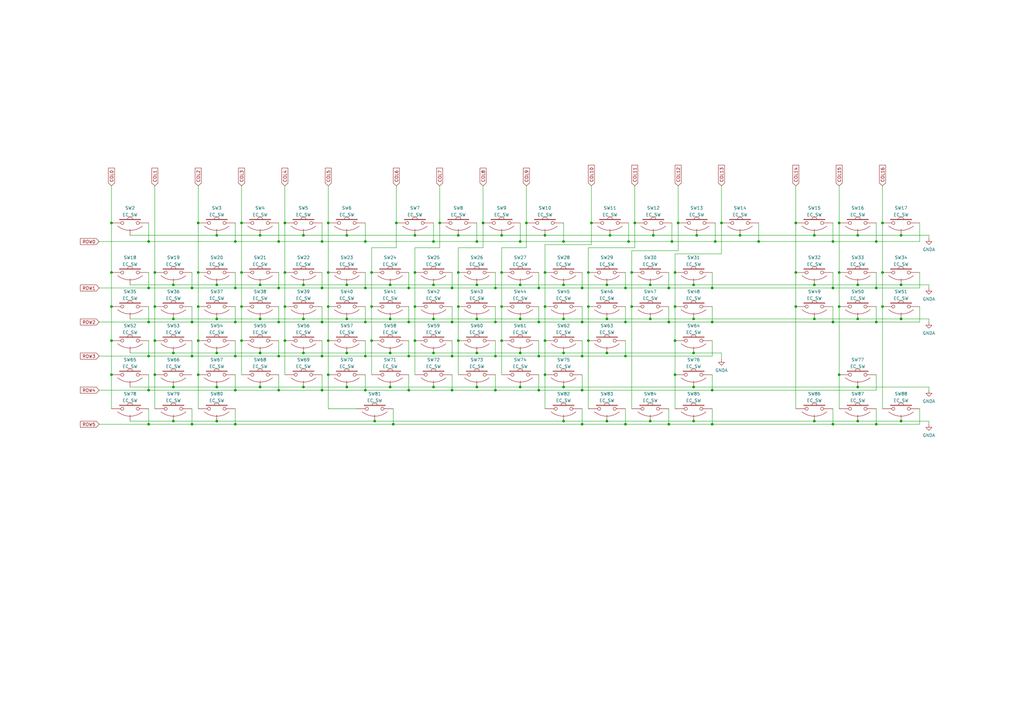
<source format=kicad_sch>
(kicad_sch (version 20211123) (generator eeschema)
  (paper "A3")
  (lib_symbols
    (symbol "cipulot_parts:EC_SW" (pin_numbers hide) (pin_names (offset 1.016) hide)
      (property "Reference" "SW" (at 3.81 2.794 0))
      (property "Value" "EC_SW" (at -3.81 3.81 0))
      (symbol "EC_SW_0_1"
        (arc (start -5.08 -1.27) (mid 0 -3.052) (end 5.08 -1.27))
        (rectangle (start -4.318 1.27) (end 4.318 1.524))
        (polyline (pts (xy -1.016 1.524) (xy -0.762 2.286) (xy 0.762 2.286) (xy 1.016 1.524)))
        (pin passive inverted (at -7.62 0 0) (length 5.08) (name "1") (number "1"))
        (pin passive inverted (at 7.62 0 180) (length 5.08) (name "2") (number "2"))
      )
      (symbol "EC_SW_1_1"
        (pin input line (at 0 -5.08 90) (length 2.54) (name "SG") (number "3"))
      )
    )
    (symbol "power:GNDA" (power) (pin_names (offset 0))
      (property "Value" "GNDA" (at 0 -3.81 0))
      (symbol "GNDA_0_1"
        (polyline (pts (xy 0 0) (xy 0 -1.27) (xy 1.27 -1.27) (xy 0 -2.54) (xy -1.27 -1.27) (xy 0 -1.27)))
      )
      (symbol "GNDA_1_1"
        (pin power_in line (at 0 0 270) (length 0) hide (name "GNDA") (number "1"))
      )
    )
  )
  (junction (at 266.7 116.84))
  (junction (at 78.74 146.05))
  (junction (at 152.4 139.7))
  (junction (at 63.5 111.76))
  (junction (at 116.84 111.76))
  (junction (at 187.96 125.73))
  (junction (at 250.19 96.52))
  (junction (at 96.52 160.02))
  (junction (at 242.57 91.44))
  (junction (at 114.3 132.08))
  (junction (at 213.36 144.78))
  (junction (at 359.41 132.08))
  (junction (at 167.64 132.08))
  (junction (at 180.34 91.44))
  (junction (at 170.18 96.52))
  (junction (at 132.08 160.02))
  (junction (at 149.86 118.11))
  (junction (at 177.8 144.78))
  (junction (at 311.15 99.06))
  (junction (at 78.74 118.11))
  (junction (at 152.4 125.73))
  (junction (at 274.32 118.11))
  (junction (at 78.74 173.99))
  (junction (at 259.08 125.73))
  (junction (at 241.3 125.73))
  (junction (at 170.18 111.76))
  (junction (at 88.9 158.75))
  (junction (at 205.74 125.73))
  (junction (at 132.08 146.05))
  (junction (at 344.17 91.44))
  (junction (at 142.24 158.75))
  (junction (at 167.64 146.05))
  (junction (at 248.92 130.81))
  (junction (at 220.98 146.05))
  (junction (at 231.14 172.72))
  (junction (at 259.08 111.76))
  (junction (at 195.58 116.84))
  (junction (at 170.18 139.7))
  (junction (at 60.96 146.05))
  (junction (at 149.86 160.02))
  (junction (at 285.75 96.52))
  (junction (at 160.02 144.78))
  (junction (at 142.24 96.52))
  (junction (at 284.48 172.72))
  (junction (at 88.9 144.78))
  (junction (at 45.72 111.76))
  (junction (at 71.12 172.72))
  (junction (at 88.9 116.84))
  (junction (at 114.3 146.05))
  (junction (at 142.24 130.81))
  (junction (at 63.5 125.73))
  (junction (at 238.76 173.99))
  (junction (at 223.52 111.76))
  (junction (at 341.63 132.08))
  (junction (at 326.39 91.44))
  (junction (at 134.62 125.73))
  (junction (at 195.58 130.81))
  (junction (at 152.4 111.76))
  (junction (at 187.96 139.7))
  (junction (at 96.52 132.08))
  (junction (at 132.08 132.08))
  (junction (at 326.39 111.76))
  (junction (at 45.72 125.73))
  (junction (at 195.58 99.06))
  (junction (at 167.64 160.02))
  (junction (at 132.08 118.11))
  (junction (at 88.9 96.52))
  (junction (at 220.98 132.08))
  (junction (at 124.46 144.78))
  (junction (at 276.86 111.76))
  (junction (at 361.95 111.76))
  (junction (at 369.57 130.81))
  (junction (at 203.2 160.02))
  (junction (at 213.36 158.75))
  (junction (at 341.63 118.11))
  (junction (at 274.32 173.99))
  (junction (at 71.12 116.84))
  (junction (at 149.86 99.06))
  (junction (at 238.76 118.11))
  (junction (at 256.54 132.08))
  (junction (at 295.91 91.44))
  (junction (at 170.18 125.73))
  (junction (at 185.42 118.11))
  (junction (at 162.56 91.44))
  (junction (at 106.68 144.78))
  (junction (at 142.24 144.78))
  (junction (at 351.79 96.52))
  (junction (at 248.92 144.78))
  (junction (at 369.57 96.52))
  (junction (at 99.06 125.73))
  (junction (at 142.24 116.84))
  (junction (at 177.8 130.81))
  (junction (at 231.14 99.06))
  (junction (at 267.97 96.52))
  (junction (at 71.12 158.75))
  (junction (at 116.84 139.7))
  (junction (at 149.86 146.05))
  (junction (at 106.68 116.84))
  (junction (at 257.81 99.06))
  (junction (at 231.14 130.81))
  (junction (at 99.06 139.7))
  (junction (at 134.62 139.7))
  (junction (at 220.98 160.02))
  (junction (at 124.46 96.52))
  (junction (at 284.48 130.81))
  (junction (at 167.64 118.11))
  (junction (at 241.3 139.7))
  (junction (at 45.72 139.7))
  (junction (at 81.28 111.76))
  (junction (at 106.68 96.52))
  (junction (at 45.72 153.67))
  (junction (at 205.74 96.52))
  (junction (at 256.54 173.99))
  (junction (at 88.9 172.72))
  (junction (at 344.17 111.76))
  (junction (at 351.79 172.72))
  (junction (at 60.96 118.11))
  (junction (at 256.54 146.05))
  (junction (at 160.02 130.81))
  (junction (at 238.76 146.05))
  (junction (at 195.58 144.78))
  (junction (at 292.1 118.11))
  (junction (at 223.52 125.73))
  (junction (at 203.2 118.11))
  (junction (at 81.28 139.7))
  (junction (at 132.08 99.06))
  (junction (at 71.12 130.81))
  (junction (at 344.17 125.73))
  (junction (at 223.52 139.7))
  (junction (at 177.8 116.84))
  (junction (at 203.2 146.05))
  (junction (at 293.37 99.06))
  (junction (at 256.54 118.11))
  (junction (at 198.12 91.44))
  (junction (at 274.32 132.08))
  (junction (at 334.01 130.81))
  (junction (at 160.02 158.75))
  (junction (at 205.74 139.7))
  (junction (at 275.59 99.06))
  (junction (at 292.1 132.08))
  (junction (at 266.7 172.72))
  (junction (at 99.06 91.44))
  (junction (at 177.8 158.75))
  (junction (at 81.28 153.67))
  (junction (at 361.95 91.44))
  (junction (at 213.36 99.06))
  (junction (at 369.57 116.84))
  (junction (at 63.5 153.67))
  (junction (at 160.02 116.84))
  (junction (at 185.42 146.05))
  (junction (at 177.8 99.06))
  (junction (at 284.48 116.84))
  (junction (at 99.06 111.76))
  (junction (at 71.12 144.78))
  (junction (at 96.52 173.99))
  (junction (at 195.58 158.75))
  (junction (at 63.5 139.7))
  (junction (at 134.62 91.44))
  (junction (at 114.3 118.11))
  (junction (at 361.95 125.73))
  (junction (at 266.7 130.81))
  (junction (at 96.52 99.06))
  (junction (at 359.41 173.99))
  (junction (at 185.42 132.08))
  (junction (at 334.01 116.84))
  (junction (at 114.3 160.02))
  (junction (at 334.01 172.72))
  (junction (at 149.86 132.08))
  (junction (at 60.96 160.02))
  (junction (at 134.62 111.76))
  (junction (at 359.41 118.11))
  (junction (at 284.48 158.75))
  (junction (at 369.57 172.72))
  (junction (at 241.3 111.76))
  (junction (at 276.86 139.7))
  (junction (at 359.41 99.06))
  (junction (at 326.39 125.73))
  (junction (at 185.42 160.02))
  (junction (at 60.96 99.06))
  (junction (at 231.14 158.75))
  (junction (at 341.63 99.06))
  (junction (at 205.74 111.76))
  (junction (at 351.79 116.84))
  (junction (at 60.96 132.08))
  (junction (at 341.63 173.99))
  (junction (at 153.67 172.72))
  (junction (at 124.46 130.81))
  (junction (at 96.52 146.05))
  (junction (at 60.96 173.99))
  (junction (at 292.1 160.02))
  (junction (at 351.79 158.75))
  (junction (at 106.68 158.75))
  (junction (at 215.9 91.44))
  (junction (at 187.96 111.76))
  (junction (at 231.14 116.84))
  (junction (at 114.3 99.06))
  (junction (at 161.29 173.99))
  (junction (at 124.46 158.75))
  (junction (at 351.79 130.81))
  (junction (at 81.28 91.44))
  (junction (at 292.1 173.99))
  (junction (at 78.74 132.08))
  (junction (at 96.52 118.11))
  (junction (at 187.96 96.52))
  (junction (at 223.52 96.52))
  (junction (at 248.92 116.84))
  (junction (at 213.36 130.81))
  (junction (at 334.01 96.52))
  (junction (at 88.9 130.81))
  (junction (at 134.62 153.67))
  (junction (at 116.84 125.73))
  (junction (at 303.53 96.52))
  (junction (at 45.72 91.44))
  (junction (at 220.98 118.11))
  (junction (at 124.46 116.84))
  (junction (at 106.68 130.81))
  (junction (at 276.86 125.73))
  (junction (at 81.28 125.73))
  (junction (at 203.2 132.08))
  (junction (at 248.92 172.72))
  (junction (at 260.35 91.44))
  (junction (at 238.76 160.02))
  (junction (at 213.36 116.84))
  (junction (at 276.86 153.67))
  (junction (at 116.84 91.44))
  (junction (at 344.17 153.67))
  (junction (at 238.76 132.08))
  (junction (at 231.14 144.78))
  (junction (at 284.48 144.78))
  (junction (at 278.13 91.44))
  (junction (at 223.52 153.67))
  (wire (pts (xy 149.86 111.76) (xy 149.86 118.11)))
  (wire (pts (xy 274.32 167.64) (xy 274.32 173.99)))
  (wire (pts (xy 63.5 111.76) (xy 63.5 125.73)))
  (wire (pts (xy 292.1 146.05) (xy 292.1 139.7)))
  (wire (pts (xy 293.37 99.06) (xy 311.15 99.06)))
  (wire (pts (xy 381 116.84) (xy 381 118.11)))
  (wire (pts (xy 71.12 172.72) (xy 88.9 172.72)))
  (wire (pts (xy 213.36 144.78) (xy 195.58 144.78)))
  (wire (pts (xy 195.58 144.78) (xy 177.8 144.78)))
  (wire (pts (xy 96.52 167.64) (xy 96.52 173.99)))
  (wire (pts (xy 96.52 153.67) (xy 96.52 160.02)))
  (wire (pts (xy 124.46 96.52) (xy 142.24 96.52)))
  (wire (pts (xy 344.17 111.76) (xy 344.17 125.73)))
  (wire (pts (xy 99.06 111.76) (xy 99.06 125.73)))
  (wire (pts (xy 132.08 91.44) (xy 132.08 99.06)))
  (wire (pts (xy 381 132.08) (xy 381 130.81)))
  (wire (pts (xy 359.41 125.73) (xy 359.41 132.08)))
  (wire (pts (xy 381 173.99) (xy 381 172.72)))
  (wire (pts (xy 231.14 116.84) (xy 213.36 116.84)))
  (wire (pts (xy 167.64 111.76) (xy 167.64 118.11)))
  (wire (pts (xy 284.48 144.78) (xy 295.91 144.78)))
  (wire (pts (xy 215.9 76.2) (xy 215.9 91.44)))
  (wire (pts (xy 274.32 132.08) (xy 292.1 132.08)))
  (wire (pts (xy 99.06 76.2) (xy 99.06 91.44)))
  (wire (pts (xy 170.18 111.76) (xy 170.18 125.73)))
  (wire (pts (xy 114.3 139.7) (xy 114.3 146.05)))
  (wire (pts (xy 134.62 167.64) (xy 134.62 153.67)))
  (wire (pts (xy 53.34 172.72) (xy 71.12 172.72)))
  (wire (pts (xy 132.08 111.76) (xy 132.08 118.11)))
  (wire (pts (xy 359.41 111.76) (xy 359.41 118.11)))
  (wire (pts (xy 203.2 118.11) (xy 220.98 118.11)))
  (wire (pts (xy 238.76 125.73) (xy 238.76 132.08)))
  (wire (pts (xy 278.13 102.87) (xy 278.13 91.44)))
  (wire (pts (xy 359.41 132.08) (xy 377.19 132.08)))
  (wire (pts (xy 195.58 99.06) (xy 213.36 99.06)))
  (wire (pts (xy 220.98 111.76) (xy 220.98 118.11)))
  (wire (pts (xy 344.17 91.44) (xy 344.17 111.76)))
  (wire (pts (xy 213.36 99.06) (xy 231.14 99.06)))
  (wire (pts (xy 248.92 144.78) (xy 284.48 144.78)))
  (wire (pts (xy 106.68 130.81) (xy 124.46 130.81)))
  (wire (pts (xy 256.54 125.73) (xy 256.54 132.08)))
  (wire (pts (xy 170.18 125.73) (xy 170.18 139.7)))
  (wire (pts (xy 334.01 130.81) (xy 351.79 130.81)))
  (wire (pts (xy 274.32 118.11) (xy 292.1 118.11)))
  (wire (pts (xy 185.42 118.11) (xy 203.2 118.11)))
  (wire (pts (xy 60.96 167.64) (xy 60.96 173.99)))
  (wire (pts (xy 134.62 76.2) (xy 134.62 91.44)))
  (wire (pts (xy 198.12 76.2) (xy 198.12 91.44)))
  (wire (pts (xy 60.96 91.44) (xy 60.96 99.06)))
  (wire (pts (xy 205.74 125.73) (xy 205.74 139.7)))
  (wire (pts (xy 285.75 96.52) (xy 303.53 96.52)))
  (wire (pts (xy 152.4 101.6) (xy 162.56 101.6)))
  (wire (pts (xy 248.92 144.78) (xy 231.14 144.78)))
  (wire (pts (xy 223.52 111.76) (xy 223.52 100.33)))
  (wire (pts (xy 78.74 118.11) (xy 96.52 118.11)))
  (wire (pts (xy 71.12 130.81) (xy 88.9 130.81)))
  (wire (pts (xy 60.96 153.67) (xy 60.96 160.02)))
  (wire (pts (xy 341.63 91.44) (xy 341.63 99.06)))
  (wire (pts (xy 257.81 99.06) (xy 275.59 99.06)))
  (wire (pts (xy 248.92 130.81) (xy 266.7 130.81)))
  (wire (pts (xy 284.48 172.72) (xy 334.01 172.72)))
  (wire (pts (xy 256.54 173.99) (xy 274.32 173.99)))
  (wire (pts (xy 292.1 167.64) (xy 292.1 173.99)))
  (wire (pts (xy 45.72 111.76) (xy 45.72 125.73)))
  (wire (pts (xy 276.86 153.67) (xy 276.86 139.7)))
  (wire (pts (xy 134.62 139.7) (xy 134.62 153.67)))
  (wire (pts (xy 292.1 111.76) (xy 292.1 118.11)))
  (wire (pts (xy 238.76 146.05) (xy 256.54 146.05)))
  (wire (pts (xy 160.02 144.78) (xy 142.24 144.78)))
  (wire (pts (xy 242.57 76.2) (xy 242.57 91.44)))
  (wire (pts (xy 295.91 76.2) (xy 295.91 91.44)))
  (wire (pts (xy 170.18 111.76) (xy 170.18 101.6)))
  (wire (pts (xy 114.3 125.73) (xy 114.3 132.08)))
  (wire (pts (xy 195.58 130.81) (xy 213.36 130.81)))
  (wire (pts (xy 231.14 91.44) (xy 231.14 99.06)))
  (wire (pts (xy 205.74 111.76) (xy 205.74 125.73)))
  (wire (pts (xy 220.98 153.67) (xy 220.98 160.02)))
  (wire (pts (xy 167.64 146.05) (xy 185.42 146.05)))
  (wire (pts (xy 132.08 132.08) (xy 149.86 132.08)))
  (wire (pts (xy 275.59 99.06) (xy 293.37 99.06)))
  (wire (pts (xy 369.57 130.81) (xy 381 130.81)))
  (wire (pts (xy 152.4 111.76) (xy 152.4 101.6)))
  (wire (pts (xy 359.41 91.44) (xy 359.41 99.06)))
  (wire (pts (xy 238.76 167.64) (xy 238.76 173.99)))
  (wire (pts (xy 220.98 118.11) (xy 238.76 118.11)))
  (wire (pts (xy 248.92 172.72) (xy 266.7 172.72)))
  (wire (pts (xy 341.63 125.73) (xy 341.63 132.08)))
  (wire (pts (xy 116.84 76.2) (xy 116.84 91.44)))
  (wire (pts (xy 259.08 125.73) (xy 259.08 111.76)))
  (wire (pts (xy 40.64 160.02) (xy 60.96 160.02)))
  (wire (pts (xy 132.08 118.11) (xy 149.86 118.11)))
  (wire (pts (xy 278.13 76.2) (xy 278.13 91.44)))
  (wire (pts (xy 369.57 172.72) (xy 381 172.72)))
  (wire (pts (xy 40.64 173.99) (xy 60.96 173.99)))
  (wire (pts (xy 326.39 91.44) (xy 326.39 111.76)))
  (wire (pts (xy 53.34 96.52) (xy 88.9 96.52)))
  (wire (pts (xy 241.3 139.7) (xy 241.3 125.73)))
  (wire (pts (xy 187.96 111.76) (xy 187.96 125.73)))
  (wire (pts (xy 96.52 91.44) (xy 96.52 99.06)))
  (wire (pts (xy 223.52 153.67) (xy 223.52 139.7)))
  (wire (pts (xy 361.95 76.2) (xy 361.95 91.44)))
  (wire (pts (xy 231.14 130.81) (xy 248.92 130.81)))
  (wire (pts (xy 341.63 99.06) (xy 359.41 99.06)))
  (wire (pts (xy 220.98 132.08) (xy 238.76 132.08)))
  (wire (pts (xy 161.29 173.99) (xy 238.76 173.99)))
  (wire (pts (xy 124.46 144.78) (xy 106.68 144.78)))
  (wire (pts (xy 134.62 111.76) (xy 134.62 125.73)))
  (wire (pts (xy 114.3 99.06) (xy 132.08 99.06)))
  (wire (pts (xy 344.17 76.2) (xy 344.17 91.44)))
  (wire (pts (xy 213.36 158.75) (xy 231.14 158.75)))
  (wire (pts (xy 40.64 132.08) (xy 60.96 132.08)))
  (wire (pts (xy 220.98 139.7) (xy 220.98 146.05)))
  (wire (pts (xy 381 97.79) (xy 381 96.52)))
  (wire (pts (xy 195.58 116.84) (xy 177.8 116.84)))
  (wire (pts (xy 361.95 125.73) (xy 361.95 167.64)))
  (wire (pts (xy 215.9 101.6) (xy 215.9 91.44)))
  (wire (pts (xy 180.34 101.6) (xy 180.34 91.44)))
  (wire (pts (xy 205.74 96.52) (xy 223.52 96.52)))
  (wire (pts (xy 381 158.75) (xy 381 160.02)))
  (wire (pts (xy 53.34 130.81) (xy 71.12 130.81)))
  (wire (pts (xy 185.42 111.76) (xy 185.42 118.11)))
  (wire (pts (xy 116.84 139.7) (xy 116.84 153.67)))
  (wire (pts (xy 223.52 153.67) (xy 223.52 167.64)))
  (wire (pts (xy 88.9 116.84) (xy 106.68 116.84)))
  (wire (pts (xy 78.74 173.99) (xy 96.52 173.99)))
  (wire (pts (xy 99.06 91.44) (xy 99.06 111.76)))
  (wire (pts (xy 303.53 96.52) (xy 334.01 96.52)))
  (wire (pts (xy 220.98 160.02) (xy 238.76 160.02)))
  (wire (pts (xy 106.68 96.52) (xy 124.46 96.52)))
  (wire (pts (xy 274.32 111.76) (xy 274.32 118.11)))
  (wire (pts (xy 161.29 167.64) (xy 161.29 173.99)))
  (wire (pts (xy 124.46 158.75) (xy 106.68 158.75)))
  (wire (pts (xy 334.01 96.52) (xy 351.79 96.52)))
  (wire (pts (xy 142.24 144.78) (xy 124.46 144.78)))
  (wire (pts (xy 326.39 111.76) (xy 326.39 125.73)))
  (wire (pts (xy 167.64 160.02) (xy 185.42 160.02)))
  (wire (pts (xy 341.63 173.99) (xy 359.41 173.99)))
  (wire (pts (xy 276.86 167.64) (xy 276.86 153.67)))
  (wire (pts (xy 185.42 146.05) (xy 203.2 146.05)))
  (wire (pts (xy 146.05 167.64) (xy 134.62 167.64)))
  (wire (pts (xy 78.74 139.7) (xy 78.74 146.05)))
  (wire (pts (xy 231.14 99.06) (xy 257.81 99.06)))
  (wire (pts (xy 142.24 158.75) (xy 160.02 158.75)))
  (wire (pts (xy 295.91 104.14) (xy 295.91 91.44)))
  (wire (pts (xy 132.08 125.73) (xy 132.08 132.08)))
  (wire (pts (xy 284.48 116.84) (xy 334.01 116.84)))
  (wire (pts (xy 311.15 99.06) (xy 341.63 99.06)))
  (wire (pts (xy 96.52 125.73) (xy 96.52 132.08)))
  (wire (pts (xy 149.86 99.06) (xy 177.8 99.06)))
  (wire (pts (xy 132.08 139.7) (xy 132.08 146.05)))
  (wire (pts (xy 260.35 76.2) (xy 260.35 91.44)))
  (wire (pts (xy 177.8 91.44) (xy 177.8 99.06)))
  (wire (pts (xy 60.96 139.7) (xy 60.96 146.05)))
  (wire (pts (xy 60.96 111.76) (xy 60.96 118.11)))
  (wire (pts (xy 274.32 125.73) (xy 274.32 132.08)))
  (wire (pts (xy 238.76 139.7) (xy 238.76 146.05)))
  (wire (pts (xy 124.46 130.81) (xy 142.24 130.81)))
  (wire (pts (xy 88.9 116.84) (xy 71.12 116.84)))
  (wire (pts (xy 231.14 158.75) (xy 284.48 158.75)))
  (wire (pts (xy 124.46 158.75) (xy 142.24 158.75)))
  (wire (pts (xy 223.52 100.33) (xy 242.57 100.33)))
  (wire (pts (xy 177.8 158.75) (xy 195.58 158.75)))
  (wire (pts (xy 341.63 132.08) (xy 359.41 132.08)))
  (wire (pts (xy 292.1 132.08) (xy 341.63 132.08)))
  (wire (pts (xy 149.86 146.05) (xy 167.64 146.05)))
  (wire (pts (xy 223.52 96.52) (xy 250.19 96.52)))
  (wire (pts (xy 60.96 125.73) (xy 60.96 132.08)))
  (wire (pts (xy 274.32 173.99) (xy 292.1 173.99)))
  (wire (pts (xy 63.5 76.2) (xy 63.5 111.76)))
  (wire (pts (xy 96.52 99.06) (xy 114.3 99.06)))
  (wire (pts (xy 238.76 118.11) (xy 256.54 118.11)))
  (wire (pts (xy 81.28 111.76) (xy 81.28 125.73)))
  (wire (pts (xy 359.41 118.11) (xy 377.19 118.11)))
  (wire (pts (xy 60.96 118.11) (xy 78.74 118.11)))
  (wire (pts (xy 341.63 167.64) (xy 341.63 173.99)))
  (wire (pts (xy 276.86 139.7) (xy 276.86 125.73)))
  (wire (pts (xy 132.08 146.05) (xy 149.86 146.05)))
  (wire (pts (xy 160.02 116.84) (xy 142.24 116.84)))
  (wire (pts (xy 81.28 76.2) (xy 81.28 91.44)))
  (wire (pts (xy 45.72 76.2) (xy 45.72 91.44)))
  (wire (pts (xy 63.5 125.73) (xy 63.5 139.7)))
  (wire (pts (xy 284.48 158.75) (xy 351.79 158.75)))
  (wire (pts (xy 180.34 91.44) (xy 180.34 76.2)))
  (wire (pts (xy 292.1 173.99) (xy 341.63 173.99)))
  (wire (pts (xy 96.52 146.05) (xy 114.3 146.05)))
  (wire (pts (xy 241.3 125.73) (xy 241.3 111.76)))
  (wire (pts (xy 152.4 111.76) (xy 152.4 125.73)))
  (wire (pts (xy 185.42 153.67) (xy 185.42 160.02)))
  (wire (pts (xy 259.08 102.87) (xy 278.13 102.87)))
  (wire (pts (xy 351.79 96.52) (xy 369.57 96.52)))
  (wire (pts (xy 292.1 160.02) (xy 359.41 160.02)))
  (wire (pts (xy 78.74 146.05) (xy 96.52 146.05)))
  (wire (pts (xy 369.57 96.52) (xy 381 96.52)))
  (wire (pts (xy 351.79 116.84) (xy 334.01 116.84)))
  (wire (pts (xy 334.01 172.72) (xy 351.79 172.72)))
  (wire (pts (xy 81.28 139.7) (xy 81.28 153.67)))
  (wire (pts (xy 238.76 160.02) (xy 292.1 160.02)))
  (wire (pts (xy 177.8 116.84) (xy 160.02 116.84)))
  (wire (pts (xy 114.3 111.76) (xy 114.3 118.11)))
  (wire (pts (xy 149.86 91.44) (xy 149.86 99.06)))
  (wire (pts (xy 160.02 158.75) (xy 177.8 158.75)))
  (wire (pts (xy 170.18 139.7) (xy 170.18 153.67)))
  (wire (pts (xy 187.96 125.73) (xy 187.96 139.7)))
  (wire (pts (xy 205.74 139.7) (xy 205.74 153.67)))
  (wire (pts (xy 96.52 160.02) (xy 114.3 160.02)))
  (wire (pts (xy 96.52 118.11) (xy 114.3 118.11)))
  (wire (pts (xy 114.3 153.67) (xy 114.3 160.02)))
  (wire (pts (xy 242.57 100.33) (xy 242.57 91.44)))
  (wire (pts (xy 341.63 118.11) (xy 359.41 118.11)))
  (wire (pts (xy 344.17 125.73) (xy 344.17 153.67)))
  (wire (pts (xy 231.14 172.72) (xy 248.92 172.72)))
  (wire (pts (xy 341.63 111.76) (xy 341.63 118.11)))
  (wire (pts (xy 185.42 125.73) (xy 185.42 132.08)))
  (wire (pts (xy 71.12 116.84) (xy 53.34 116.84)))
  (wire (pts (xy 142.24 116.84) (xy 124.46 116.84)))
  (wire (pts (xy 60.96 146.05) (xy 78.74 146.05)))
  (wire (pts (xy 114.3 146.05) (xy 132.08 146.05)))
  (wire (pts (xy 60.96 160.02) (xy 96.52 160.02)))
  (wire (pts (xy 45.72 91.44) (xy 45.72 111.76)))
  (wire (pts (xy 295.91 144.78) (xy 295.91 147.32)))
  (wire (pts (xy 187.96 139.7) (xy 187.96 153.67)))
  (wire (pts (xy 351.79 158.75) (xy 381 158.75)))
  (wire (pts (xy 149.86 132.08) (xy 167.64 132.08)))
  (wire (pts (xy 241.3 101.6) (xy 260.35 101.6)))
  (wire (pts (xy 81.28 91.44) (xy 81.28 111.76)))
  (wire (pts (xy 162.56 101.6) (xy 162.56 91.44)))
  (wire (pts (xy 241.3 111.76) (xy 241.3 101.6)))
  (wire (pts (xy 45.72 139.7) (xy 45.72 153.67)))
  (wire (pts (xy 326.39 125.73) (xy 326.39 167.64)))
  (wire (pts (xy 78.74 111.76) (xy 78.74 118.11)))
  (wire (pts (xy 116.84 91.44) (xy 116.84 111.76)))
  (wire (pts (xy 96.52 139.7) (xy 96.52 146.05)))
  (wire (pts (xy 359.41 173.99) (xy 377.19 173.99)))
  (wire (pts (xy 167.64 125.73) (xy 167.64 132.08)))
  (wire (pts (xy 256.54 139.7) (xy 256.54 146.05)))
  (wire (pts (xy 167.64 139.7) (xy 167.64 146.05)))
  (wire (pts (xy 276.86 125.73) (xy 276.86 111.76)))
  (wire (pts (xy 311.15 91.44) (xy 311.15 99.06)))
  (wire (pts (xy 99.06 125.73) (xy 99.06 139.7)))
  (wire (pts (xy 88.9 144.78) (xy 106.68 144.78)))
  (wire (pts (xy 248.92 116.84) (xy 231.14 116.84)))
  (wire (pts (xy 203.2 125.73) (xy 203.2 132.08)))
  (wire (pts (xy 153.67 172.72) (xy 231.14 172.72)))
  (wire (pts (xy 205.74 101.6) (xy 215.9 101.6)))
  (wire (pts (xy 60.96 132.08) (xy 78.74 132.08)))
  (wire (pts (xy 351.79 172.72) (xy 369.57 172.72)))
  (wire (pts (xy 187.96 96.52) (xy 205.74 96.52)))
  (wire (pts (xy 293.37 91.44) (xy 293.37 99.06)))
  (wire (pts (xy 213.36 116.84) (xy 195.58 116.84)))
  (wire (pts (xy 203.2 132.08) (xy 220.98 132.08)))
  (wire (pts (xy 114.3 160.02) (xy 132.08 160.02)))
  (wire (pts (xy 238.76 132.08) (xy 256.54 132.08)))
  (wire (pts (xy 213.36 130.81) (xy 231.14 130.81)))
  (wire (pts (xy 259.08 125.73) (xy 259.08 167.64)))
  (wire (pts (xy 96.52 132.08) (xy 114.3 132.08)))
  (wire (pts (xy 167.64 153.67) (xy 167.64 160.02)))
  (wire (pts (xy 195.58 158.75) (xy 213.36 158.75)))
  (wire (pts (xy 223.52 125.73) (xy 223.52 111.76)))
  (wire (pts (xy 203.2 139.7) (xy 203.2 146.05)))
  (wire (pts (xy 369.57 116.84) (xy 351.79 116.84)))
  (wire (pts (xy 60.96 99.06) (xy 96.52 99.06)))
  (wire (pts (xy 185.42 160.02) (xy 203.2 160.02)))
  (wire (pts (xy 40.64 99.06) (xy 60.96 99.06)))
  (wire (pts (xy 238.76 111.76) (xy 238.76 118.11)))
  (wire (pts (xy 266.7 130.81) (xy 284.48 130.81)))
  (wire (pts (xy 276.86 111.76) (xy 276.86 104.14)))
  (wire (pts (xy 257.81 91.44) (xy 257.81 99.06)))
  (wire (pts (xy 81.28 153.67) (xy 81.28 167.64)))
  (wire (pts (xy 116.84 111.76) (xy 116.84 125.73)))
  (wire (pts (xy 124.46 116.84) (xy 106.68 116.84)))
  (wire (pts (xy 203.2 111.76) (xy 203.2 118.11)))
  (wire (pts (xy 292.1 118.11) (xy 341.63 118.11)))
  (wire (pts (xy 238.76 173.99) (xy 256.54 173.99)))
  (wire (pts (xy 267.97 96.52) (xy 285.75 96.52)))
  (wire (pts (xy 149.86 160.02) (xy 167.64 160.02)))
  (wire (pts (xy 359.41 99.06) (xy 377.19 99.06)))
  (wire (pts (xy 63.5 139.7) (xy 63.5 153.67)))
  (wire (pts (xy 132.08 160.02) (xy 149.86 160.02)))
  (wire (pts (xy 177.8 99.06) (xy 195.58 99.06)))
  (wire (pts (xy 292.1 153.67) (xy 292.1 160.02)))
  (wire (pts (xy 170.18 101.6) (xy 180.34 101.6)))
  (wire (pts (xy 177.8 130.81) (xy 195.58 130.81)))
  (wire (pts (xy 152.4 125.73) (xy 152.4 139.7)))
  (wire (pts (xy 88.9 158.75) (xy 71.12 158.75)))
  (wire (pts (xy 344.17 153.67) (xy 344.17 167.64)))
  (wire (pts (xy 185.42 132.08) (xy 203.2 132.08)))
  (wire (pts (xy 160.02 130.81) (xy 177.8 130.81)))
  (wire (pts (xy 377.19 125.73) (xy 377.19 132.08)))
  (wire (pts (xy 63.5 153.67) (xy 63.5 167.64)))
  (wire (pts (xy 134.62 125.73) (xy 134.62 139.7)))
  (wire (pts (xy 256.54 132.08) (xy 274.32 132.08)))
  (wire (pts (xy 185.42 139.7) (xy 185.42 146.05)))
  (wire (pts (xy 114.3 118.11) (xy 132.08 118.11)))
  (wire (pts (xy 142.24 130.81) (xy 160.02 130.81)))
  (wire (pts (xy 96.52 111.76) (xy 96.52 118.11)))
  (wire (pts (xy 256.54 111.76) (xy 256.54 118.11)))
  (wire (pts (xy 177.8 144.78) (xy 160.02 144.78)))
  (wire (pts (xy 88.9 130.81) (xy 106.68 130.81)))
  (wire (pts (xy 326.39 76.2) (xy 326.39 91.44)))
  (wire (pts (xy 377.19 167.64) (xy 377.19 173.99)))
  (wire (pts (xy 149.86 153.67) (xy 149.86 160.02)))
  (wire (pts (xy 241.3 139.7) (xy 241.3 167.64)))
  (wire (pts (xy 266.7 116.84) (xy 248.92 116.84)))
  (wire (pts (xy 99.06 139.7) (xy 99.06 153.67)))
  (wire (pts (xy 259.08 111.76) (xy 259.08 102.87)))
  (wire (pts (xy 187.96 111.76) (xy 187.96 101.6)))
  (wire (pts (xy 351.79 130.81) (xy 369.57 130.81)))
  (wire (pts (xy 71.12 144.78) (xy 53.34 144.78)))
  (wire (pts (xy 142.24 96.52) (xy 170.18 96.52)))
  (wire (pts (xy 78.74 132.08) (xy 96.52 132.08)))
  (wire (pts (xy 88.9 96.52) (xy 106.68 96.52)))
  (wire (pts (xy 223.52 139.7) (xy 223.52 125.73)))
  (wire (pts (xy 250.19 96.52) (xy 267.97 96.52)))
  (wire (pts (xy 167.64 132.08) (xy 185.42 132.08)))
  (wire (pts (xy 203.2 160.02) (xy 220.98 160.02)))
  (wire (pts (xy 78.74 167.64) (xy 78.74 173.99)))
  (wire (pts (xy 132.08 99.06) (xy 149.86 99.06)))
  (wire (pts (xy 116.84 125.73) (xy 116.84 139.7)))
  (wire (pts (xy 81.28 125.73) (xy 81.28 139.7)))
  (wire (pts (xy 40.64 146.05) (xy 60.96 146.05)))
  (wire (pts (xy 292.1 125.73) (xy 292.1 132.08)))
  (wire (pts (xy 256.54 167.64) (xy 256.54 173.99)))
  (wire (pts (xy 361.95 91.44) (xy 361.95 111.76)))
  (wire (pts (xy 114.3 91.44) (xy 114.3 99.06)))
  (wire (pts (xy 213.36 91.44) (xy 213.36 99.06)))
  (wire (pts (xy 45.72 153.67) (xy 45.72 167.64)))
  (wire (pts (xy 149.86 125.73) (xy 149.86 132.08)))
  (wire (pts (xy 359.41 167.64) (xy 359.41 173.99)))
  (wire (pts (xy 256.54 146.05) (xy 292.1 146.05)))
  (wire (pts (xy 152.4 139.7) (xy 152.4 153.67)))
  (wire (pts (xy 106.68 158.75) (xy 88.9 158.75)))
  (wire (pts (xy 187.96 101.6) (xy 198.12 101.6)))
  (wire (pts (xy 231.14 144.78) (xy 213.36 144.78)))
  (wire (pts (xy 40.64 118.11) (xy 60.96 118.11)))
  (wire (pts (xy 275.59 91.44) (xy 275.59 99.06)))
  (wire (pts (xy 359.41 153.67) (xy 359.41 160.02)))
  (wire (pts (xy 195.58 91.44) (xy 195.58 99.06)))
  (wire (pts (xy 203.2 146.05) (xy 220.98 146.05)))
  (wire (pts (xy 276.86 104.14) (xy 295.91 104.14)))
  (wire (pts (xy 162.56 76.2) (xy 162.56 91.44)))
  (wire (pts (xy 134.62 91.44) (xy 134.62 111.76)))
  (wire (pts (xy 377.19 111.76) (xy 377.19 118.11)))
  (wire (pts (xy 132.08 153.67) (xy 132.08 160.02)))
  (wire (pts (xy 203.2 153.67) (xy 203.2 160.02)))
  (wire (pts (xy 78.74 125.73) (xy 78.74 132.08)))
  (wire (pts (xy 198.12 101.6) (xy 198.12 91.44)))
  (wire (pts (xy 114.3 132.08) (xy 132.08 132.08)))
  (wire (pts (xy 238.76 153.67) (xy 238.76 160.02)))
  (wire (pts (xy 170.18 96.52) (xy 187.96 96.52)))
  (wire (pts (xy 284.48 116.84) (xy 266.7 116.84)))
  (wire (pts (xy 60.96 173.99) (xy 78.74 173.99)))
  (wire (pts (xy 167.64 118.11) (xy 185.42 118.11)))
  (wire (pts (xy 369.57 116.84) (xy 381 116.84)))
  (wire (pts (xy 88.9 144.78) (xy 71.12 144.78)))
  (wire (pts (xy 220.98 146.05) (xy 238.76 146.05)))
  (wire (pts (xy 45.72 125.73) (xy 45.72 139.7)))
  (wire (pts (xy 96.52 173.99) (xy 161.29 173.99)))
  (wire (pts (xy 220.98 125.73) (xy 220.98 132.08)))
  (wire (pts (xy 284.48 130.81) (xy 334.01 130.81)))
  (wire (pts (xy 149.86 118.11) (xy 167.64 118.11)))
  (wire (pts (xy 256.54 118.11) (xy 274.32 118.11)))
  (wire (pts (xy 260.35 101.6) (xy 260.35 91.44)))
  (wire (pts (xy 149.86 139.7) (xy 149.86 146.05)))
  (wire (pts (xy 377.19 91.44) (xy 377.19 99.06)))
  (wire (pts (xy 205.74 111.76) (xy 205.74 101.6)))
  (wire (pts (xy 71.12 158.75) (xy 53.34 158.75)))
  (wire (pts (xy 361.95 111.76) (xy 361.95 125.73)))
  (wire (pts (xy 266.7 172.72) (xy 284.48 172.72)))
  (wire (pts (xy 88.9 172.72) (xy 153.67 172.72)))
  (global_label "COL12" (shape input) (at 278.13 76.2 90) (property "Intersheet References" "${INTERSHEET_REFS}" (effects hide)))
  (global_label "ROW1" (shape input) (at 40.64 118.11 180) (property "Intersheet References" "${INTERSHEET_REFS}" (effects hide)))
  (global_label "COL4" (shape input) (at 116.84 76.2 90) (property "Intersheet References" "${INTERSHEET_REFS}" (effects hide)))
  (global_label "COL8" (shape input) (at 198.12 76.2 90) (property "Intersheet References" "${INTERSHEET_REFS}" (effects hide)))
  (global_label "COL13" (shape input) (at 295.91 76.2 90) (property "Intersheet References" "${INTERSHEET_REFS}" (effects hide)))
  (global_label "COL15" (shape input) (at 344.17 76.2 90) (property "Intersheet References" "${INTERSHEET_REFS}" (effects hide)))
  (global_label "ROW0" (shape input) (at 40.64 99.06 180) (property "Intersheet References" "${INTERSHEET_REFS}" (effects hide)))
  (global_label "COL0" (shape input) (at 45.72 76.2 90) (property "Intersheet References" "${INTERSHEET_REFS}" (effects hide)))
  (global_label "ROW4" (shape input) (at 40.64 160.02 180) (property "Intersheet References" "${INTERSHEET_REFS}" (effects hide)))
  (global_label "ROW2" (shape input) (at 40.64 132.08 180) (property "Intersheet References" "${INTERSHEET_REFS}" (effects hide)))
  (global_label "COL2" (shape input) (at 81.28 76.2 90) (property "Intersheet References" "${INTERSHEET_REFS}" (effects hide)))
  (global_label "ROW5" (shape input) (at 40.64 173.99 180) (property "Intersheet References" "${INTERSHEET_REFS}" (effects hide)))
  (global_label "COL10" (shape input) (at 242.57 76.2 90) (property "Intersheet References" "${INTERSHEET_REFS}" (effects hide)))
  (global_label "COL7" (shape input) (at 180.34 76.2 90) (property "Intersheet References" "${INTERSHEET_REFS}" (effects hide)))
  (global_label "COL1" (shape input) (at 63.5 76.2 90) (property "Intersheet References" "${INTERSHEET_REFS}" (effects hide)))
  (global_label "ROW3" (shape input) (at 40.64 146.05 180) (property "Intersheet References" "${INTERSHEET_REFS}" (effects hide)))
  (global_label "COL5" (shape input) (at 134.62 76.2 90) (property "Intersheet References" "${INTERSHEET_REFS}" (effects hide)))
  (global_label "COL9" (shape input) (at 215.9 76.2 90) (property "Intersheet References" "${INTERSHEET_REFS}" (effects hide)))
  (global_label "COL14" (shape input) (at 326.39 76.2 90) (property "Intersheet References" "${INTERSHEET_REFS}" (effects hide)))
  (global_label "COL6" (shape input) (at 162.56 76.2 90) (property "Intersheet References" "${INTERSHEET_REFS}" (effects hide)))
  (global_label "COL11" (shape input) (at 260.35 76.2 90) (property "Intersheet References" "${INTERSHEET_REFS}" (effects hide)))
  (global_label "COL3" (shape input) (at 99.06 76.2 90) (property "Intersheet References" "${INTERSHEET_REFS}" (effects hide)))
  (global_label "COL16" (shape input) (at 361.95 76.2 90) (property "Intersheet References" "${INTERSHEET_REFS}" (effects hide)))
  (symbol (lib_id "cipulot_parts:EC_SW") (at 284.48 125.73 0) (unit 1)
    (property "Reference" "SW48" (at 284.48 119.6045 0))
    (property "Value" "EC_SW" (at 284.48 122.3796 0))
    (property "Footprint" "cipulot_parts:ecs_pad" (effects hide))
  )
  (symbol (lib_id "cipulot_parts:EC_SW") (at 351.79 167.64 0) (unit 1)
    (property "Reference" "SW87" (at 351.79 161.5145 0))
    (property "Value" "EC_SW" (at 351.79 164.2896 0))
    (property "Footprint" "cipulot_parts:ecs_pad" (effects hide))
  )
  (symbol (lib_id "cipulot_parts:EC_SW") (at 53.34 167.64 0) (unit 1)
    (property "Reference" "SW78" (at 53.34 161.5145 0))
    (property "Value" "EC_SW" (at 53.34 164.2896 0))
    (property "Footprint" "cipulot_parts:ecs_pad" (effects hide))
  )
  (symbol (lib_id "cipulot_parts:EC_SW") (at 284.48 111.76 0) (unit 1)
    (property "Reference" "SW31" (at 284.48 105.6345 0))
    (property "Value" "EC_SW" (at 284.48 108.4096 0))
    (property "Footprint" "cipulot_parts:ecs_pad" (effects hide))
  )
  (symbol (lib_id "cipulot_parts:EC_SW") (at 231.14 125.73 0) (unit 1)
    (property "Reference" "SW45" (at 231.14 119.6045 0))
    (property "Value" "EC_SW" (at 231.14 122.3796 0))
    (property "Footprint" "cipulot_parts:ecs_pad" (effects hide))
  )
  (symbol (lib_id "cipulot_parts:EC_SW") (at 71.12 153.67 0) (unit 1)
    (property "Reference" "SW66" (at 71.12 147.5445 0))
    (property "Value" "EC_SW" (at 71.12 150.3196 0))
    (property "Footprint" "cipulot_parts:ecs_pad" (effects hide))
  )
  (symbol (lib_id "cipulot_parts:EC_SW") (at 53.34 139.7 0) (unit 1)
    (property "Reference" "SW52" (at 53.34 133.5745 0))
    (property "Value" "EC_SW" (at 53.34 136.3496 0))
    (property "Footprint" "cipulot_parts:ecs_pad" (effects hide))
  )
  (symbol (lib_id "cipulot_parts:EC_SW") (at 142.24 91.44 0) (unit 1)
    (property "Reference" "SW6" (at 142.24 85.3145 0))
    (property "Value" "EC_SW" (at 142.24 88.0896 0))
    (property "Footprint" "cipulot_parts:ecs_pad" (effects hide))
  )
  (symbol (lib_id "cipulot_parts:EC_SW") (at 369.57 167.64 0) (unit 1)
    (property "Reference" "SW88" (at 369.57 161.5145 0))
    (property "Value" "EC_SW" (at 369.57 164.2896 0))
    (property "Footprint" "cipulot_parts:ecs_pad" (effects hide))
  )
  (symbol (lib_id "cipulot_parts:EC_SW") (at 53.34 91.44 0) (unit 1)
    (property "Reference" "SW2" (at 53.34 85.3145 0))
    (property "Value" "EC_SW" (at 53.34 88.0896 0))
    (property "Footprint" "cipulot_parts:ecs_pad" (effects hide))
  )
  (symbol (lib_id "cipulot_parts:EC_SW") (at 106.68 153.67 0) (unit 1)
    (property "Reference" "SW68" (at 106.68 147.5445 0))
    (property "Value" "EC_SW" (at 106.68 150.3196 0))
    (property "Footprint" "cipulot_parts:ecs_pad" (effects hide))
  )
  (symbol (lib_id "cipulot_parts:EC_SW") (at 88.9 111.76 0) (unit 1)
    (property "Reference" "SW20" (at 88.9 105.6345 0))
    (property "Value" "EC_SW" (at 88.9 108.4096 0))
    (property "Footprint" "cipulot_parts:ecs_pad" (effects hide))
  )
  (symbol (lib_id "cipulot_parts:EC_SW") (at 213.36 153.67 0) (unit 1)
    (property "Reference" "SW74" (at 213.36 147.5445 0))
    (property "Value" "EC_SW" (at 213.36 150.3196 0))
    (property "Footprint" "cipulot_parts:ecs_pad" (effects hide))
  )
  (symbol (lib_id "cipulot_parts:EC_SW") (at 88.9 153.67 0) (unit 1)
    (property "Reference" "SW67" (at 88.9 147.5445 0))
    (property "Value" "EC_SW" (at 88.9 150.3196 0))
    (property "Footprint" "cipulot_parts:ecs_pad" (effects hide))
  )
  (symbol (lib_id "cipulot_parts:EC_SW") (at 142.24 111.76 0) (unit 1)
    (property "Reference" "SW23" (at 142.24 105.6345 0))
    (property "Value" "EC_SW" (at 142.24 108.4096 0))
    (property "Footprint" "cipulot_parts:ecs_pad" (effects hide))
  )
  (symbol (lib_id "cipulot_parts:EC_SW") (at 334.01 91.44 0) (unit 1)
    (property "Reference" "SW15" (at 334.01 85.3145 0))
    (property "Value" "EC_SW" (at 334.01 88.0896 0))
    (property "Footprint" "cipulot_parts:ecs_pad" (effects hide))
  )
  (symbol (lib_id "cipulot_parts:EC_SW") (at 231.14 167.64 0) (unit 1)
    (property "Reference" "SW82" (at 231.14 161.5145 0))
    (property "Value" "EC_SW" (at 231.14 164.2896 0))
    (property "Footprint" "cipulot_parts:ecs_pad" (effects hide))
  )
  (symbol (lib_id "cipulot_parts:EC_SW") (at 71.12 125.73 0) (unit 1)
    (property "Reference" "SW36" (at 71.12 119.6045 0))
    (property "Value" "EC_SW" (at 71.12 122.3796 0))
    (property "Footprint" "cipulot_parts:ecs_pad" (effects hide))
  )
  (symbol (lib_id "cipulot_parts:EC_SW") (at 142.24 139.7 0) (unit 1)
    (property "Reference" "SW57" (at 142.24 133.5745 0))
    (property "Value" "EC_SW" (at 142.24 136.3496 0))
    (property "Footprint" "cipulot_parts:ecs_pad" (effects hide))
  )
  (symbol (lib_id "cipulot_parts:EC_SW") (at 284.48 139.7 0) (unit 1)
    (property "Reference" "SW64" (at 284.48 133.5745 0))
    (property "Value" "EC_SW" (at 284.48 136.3496 0))
    (property "Footprint" "cipulot_parts:ecs_pad" (effects hide))
  )
  (symbol (lib_id "cipulot_parts:EC_SW") (at 351.79 125.73 0) (unit 1)
    (property "Reference" "SW50" (at 351.79 119.6045 0))
    (property "Value" "EC_SW" (at 351.79 122.3796 0))
    (property "Footprint" "cipulot_parts:ecs_pad" (effects hide))
  )
  (symbol (lib_id "cipulot_parts:EC_SW") (at 106.68 111.76 0) (unit 1)
    (property "Reference" "SW21" (at 106.68 105.6345 0))
    (property "Value" "EC_SW" (at 106.68 108.4096 0))
    (property "Footprint" "cipulot_parts:ecs_pad" (effects hide))
  )
  (symbol (lib_id "cipulot_parts:EC_SW") (at 213.36 139.7 0) (unit 1)
    (property "Reference" "SW61" (at 213.36 133.5745 0))
    (property "Value" "EC_SW" (at 213.36 136.3496 0))
    (property "Footprint" "cipulot_parts:ecs_pad" (effects hide))
  )
  (symbol (lib_id "cipulot_parts:EC_SW") (at 369.57 111.76 0) (unit 1)
    (property "Reference" "SW34" (at 369.57 105.6345 0))
    (property "Value" "EC_SW" (at 369.57 108.4096 0))
    (property "Footprint" "cipulot_parts:ecs_pad" (effects hide))
  )
  (symbol (lib_id "cipulot_parts:EC_SW") (at 160.02 139.7 0) (unit 1)
    (property "Reference" "SW58" (at 160.02 133.5745 0))
    (property "Value" "EC_SW" (at 160.02 136.3496 0))
    (property "Footprint" "cipulot_parts:ecs_pad" (effects hide))
  )
  (symbol (lib_id "cipulot_parts:EC_SW") (at 88.9 91.44 0) (unit 1)
    (property "Reference" "SW3" (at 88.9 85.3145 0))
    (property "Value" "EC_SW" (at 88.9 88.0896 0))
    (property "Footprint" "cipulot_parts:ecs_pad" (effects hide))
  )
  (symbol (lib_id "cipulot_parts:EC_SW") (at 88.9 139.7 0) (unit 1)
    (property "Reference" "SW54" (at 88.9 133.5745 0))
    (property "Value" "EC_SW" (at 88.9 136.3496 0))
    (property "Footprint" "cipulot_parts:ecs_pad" (effects hide))
  )
  (symbol (lib_id "power:GNDA") (at 381 173.99 0) (unit 1)
    (property "Reference" "#PWR035" (effects hide))
    (property "Value" "GNDA" (at 381 178.5525 0))
  )
  (symbol (lib_id "cipulot_parts:EC_SW") (at 106.68 139.7 0) (unit 1)
    (property "Reference" "SW55" (at 106.68 133.5745 0))
    (property "Value" "EC_SW" (at 106.68 136.3496 0))
    (property "Footprint" "cipulot_parts:ecs_pad" (effects hide))
  )
  (symbol (lib_id "cipulot_parts:EC_SW") (at 231.14 139.7 0) (unit 1)
    (property "Reference" "SW62" (at 231.14 133.5745 0))
    (property "Value" "EC_SW" (at 231.14 136.3496 0))
    (property "Footprint" "cipulot_parts:ecs_pad" (effects hide))
  )
  (symbol (lib_id "cipulot_parts:EC_SW") (at 153.67 167.64 0) (unit 1)
    (property "Reference" "SW81" (at 153.67 161.5145 0))
    (property "Value" "EC_SW" (at 153.67 164.2896 0))
    (property "Footprint" "cipulot_parts:ecs_pad" (effects hide))
  )
  (symbol (lib_id "cipulot_parts:EC_SW") (at 195.58 125.73 0) (unit 1)
    (property "Reference" "SW43" (at 195.58 119.6045 0))
    (property "Value" "EC_SW" (at 195.58 122.3796 0))
    (property "Footprint" "cipulot_parts:ecs_pad" (effects hide))
  )
  (symbol (lib_id "cipulot_parts:EC_SW") (at 369.57 91.44 0) (unit 1)
    (property "Reference" "SW17" (at 369.57 85.3145 0))
    (property "Value" "EC_SW" (at 369.57 88.0896 0))
    (property "Footprint" "cipulot_parts:ecs_pad" (effects hide))
  )
  (symbol (lib_id "cipulot_parts:EC_SW") (at 250.19 91.44 0) (unit 1)
    (property "Reference" "SW11" (at 250.19 85.3145 0))
    (property "Value" "EC_SW" (at 250.19 88.0896 0))
    (property "Footprint" "cipulot_parts:ecs_pad" (effects hide))
  )
  (symbol (lib_id "cipulot_parts:EC_SW") (at 71.12 111.76 0) (unit 1)
    (property "Reference" "SW19" (at 71.12 105.6345 0))
    (property "Value" "EC_SW" (at 71.12 108.4096 0))
    (property "Footprint" "cipulot_parts:ecs_pad" (effects hide))
  )
  (symbol (lib_id "cipulot_parts:EC_SW") (at 124.46 125.73 0) (unit 1)
    (property "Reference" "SW39" (at 124.46 119.6045 0))
    (property "Value" "EC_SW" (at 124.46 122.3796 0))
    (property "Footprint" "cipulot_parts:ecs_pad" (effects hide))
  )
  (symbol (lib_id "cipulot_parts:EC_SW") (at 53.34 125.73 0) (unit 1)
    (property "Reference" "SW35" (at 53.34 119.6045 0))
    (property "Value" "EC_SW" (at 53.34 122.3796 0))
    (property "Footprint" "cipulot_parts:ecs_pad" (effects hide))
  )
  (symbol (lib_id "cipulot_parts:EC_SW") (at 124.46 153.67 0) (unit 1)
    (property "Reference" "SW69" (at 124.46 147.5445 0))
    (property "Value" "EC_SW" (at 124.46 150.3196 0))
    (property "Footprint" "cipulot_parts:ecs_pad" (effects hide))
  )
  (symbol (lib_id "cipulot_parts:EC_SW") (at 266.7 167.64 0) (unit 1)
    (property "Reference" "SW84" (at 266.7 161.5145 0))
    (property "Value" "EC_SW" (at 266.7 164.2896 0))
    (property "Footprint" "cipulot_parts:ecs_pad" (effects hide))
  )
  (symbol (lib_id "cipulot_parts:EC_SW") (at 369.57 125.73 0) (unit 1)
    (property "Reference" "SW51" (at 369.57 119.6045 0))
    (property "Value" "EC_SW" (at 369.57 122.3796 0))
    (property "Footprint" "cipulot_parts:ecs_pad" (effects hide))
  )
  (symbol (lib_id "cipulot_parts:EC_SW") (at 334.01 167.64 0) (unit 1)
    (property "Reference" "SW86" (at 334.01 161.5145 0))
    (property "Value" "EC_SW" (at 334.01 164.2896 0))
    (property "Footprint" "cipulot_parts:ecs_pad" (effects hide))
  )
  (symbol (lib_id "power:GNDA") (at 381 132.08 0) (unit 1)
    (property "Reference" "#PWR032" (effects hide))
    (property "Value" "GNDA" (at 381 136.6425 0))
  )
  (symbol (lib_id "cipulot_parts:EC_SW") (at 177.8 111.76 0) (unit 1)
    (property "Reference" "SW25" (at 177.8 105.6345 0))
    (property "Value" "EC_SW" (at 177.8 108.4096 0))
    (property "Footprint" "cipulot_parts:ecs_pad" (effects hide))
  )
  (symbol (lib_id "cipulot_parts:EC_SW") (at 266.7 125.73 0) (unit 1)
    (property "Reference" "SW47" (at 266.7 119.6045 0))
    (property "Value" "EC_SW" (at 266.7 122.3796 0))
    (property "Footprint" "cipulot_parts:ecs_pad" (effects hide))
  )
  (symbol (lib_id "cipulot_parts:EC_SW") (at 303.53 91.44 0) (unit 1)
    (property "Reference" "SW14" (at 303.53 85.3145 0))
    (property "Value" "EC_SW" (at 303.53 88.0896 0))
    (property "Footprint" "cipulot_parts:ecs_pad" (effects hide))
  )
  (symbol (lib_id "cipulot_parts:EC_SW") (at 53.34 111.76 0) (unit 1)
    (property "Reference" "SW18" (at 53.34 105.6345 0))
    (property "Value" "EC_SW" (at 53.34 108.4096 0))
    (property "Footprint" "cipulot_parts:ecs_pad" (effects hide))
  )
  (symbol (lib_id "cipulot_parts:EC_SW") (at 205.74 91.44 0) (unit 1)
    (property "Reference" "SW9" (at 205.74 85.3145 0))
    (property "Value" "EC_SW" (at 205.74 88.0896 0))
    (property "Footprint" "cipulot_parts:ecs_pad" (effects hide))
  )
  (symbol (lib_id "cipulot_parts:EC_SW") (at 284.48 167.64 0) (unit 1)
    (property "Reference" "SW85" (at 284.48 161.5145 0))
    (property "Value" "EC_SW" (at 284.48 164.2896 0))
    (property "Footprint" "cipulot_parts:ecs_pad" (effects hide))
  )
  (symbol (lib_id "cipulot_parts:EC_SW") (at 142.24 153.67 0) (unit 1)
    (property "Reference" "SW70" (at 142.24 147.5445 0))
    (property "Value" "EC_SW" (at 142.24 150.3196 0))
    (property "Footprint" "cipulot_parts:ecs_pad" (effects hide))
  )
  (symbol (lib_id "cipulot_parts:EC_SW") (at 124.46 139.7 0) (unit 1)
    (property "Reference" "SW56" (at 124.46 133.5745 0))
    (property "Value" "EC_SW" (at 124.46 136.3496 0))
    (property "Footprint" "cipulot_parts:ecs_pad" (effects hide))
  )
  (symbol (lib_id "cipulot_parts:EC_SW") (at 351.79 153.67 0) (unit 1)
    (property "Reference" "SW77" (at 351.79 147.5445 0))
    (property "Value" "EC_SW" (at 351.79 150.3196 0))
    (property "Footprint" "cipulot_parts:ecs_pad" (effects hide))
  )
  (symbol (lib_id "cipulot_parts:EC_SW") (at 285.75 91.44 0) (unit 1)
    (property "Reference" "SW13" (at 285.75 85.3145 0))
    (property "Value" "EC_SW" (at 285.75 88.0896 0))
    (property "Footprint" "cipulot_parts:ecs_pad" (effects hide))
  )
  (symbol (lib_id "cipulot_parts:EC_SW") (at 334.01 125.73 0) (unit 1)
    (property "Reference" "SW49" (at 334.01 119.6045 0))
    (property "Value" "EC_SW" (at 334.01 122.3796 0))
    (property "Footprint" "cipulot_parts:ecs_pad" (effects hide))
  )
  (symbol (lib_id "cipulot_parts:EC_SW") (at 142.24 125.73 0) (unit 1)
    (property "Reference" "SW40" (at 142.24 119.6045 0))
    (property "Value" "EC_SW" (at 142.24 122.3796 0))
    (property "Footprint" "cipulot_parts:ecs_pad" (effects hide))
  )
  (symbol (lib_id "cipulot_parts:EC_SW") (at 160.02 125.73 0) (unit 1)
    (property "Reference" "SW41" (at 160.02 119.6045 0))
    (property "Value" "EC_SW" (at 160.02 122.3796 0))
    (property "Footprint" "cipulot_parts:ecs_pad" (effects hide))
  )
  (symbol (lib_id "cipulot_parts:EC_SW") (at 124.46 111.76 0) (unit 1)
    (property "Reference" "SW22" (at 124.46 105.6345 0))
    (property "Value" "EC_SW" (at 124.46 108.4096 0))
    (property "Footprint" "cipulot_parts:ecs_pad" (effects hide))
  )
  (symbol (lib_id "power:GNDA") (at 381 160.02 0) (unit 1)
    (property "Reference" "#PWR034" (effects hide))
    (property "Value" "GNDA" (at 381 164.5825 0))
  )
  (symbol (lib_id "cipulot_parts:EC_SW") (at 223.52 91.44 0) (unit 1)
    (property "Reference" "SW10" (at 223.52 85.3145 0))
    (property "Value" "EC_SW" (at 223.52 88.0896 0))
    (property "Footprint" "cipulot_parts:ecs_pad" (effects hide))
  )
  (symbol (lib_id "cipulot_parts:EC_SW") (at 213.36 111.76 0) (unit 1)
    (property "Reference" "SW27" (at 213.36 105.6345 0))
    (property "Value" "EC_SW" (at 213.36 108.4096 0))
    (property "Footprint" "cipulot_parts:ecs_pad" (effects hide))
  )
  (symbol (lib_id "cipulot_parts:EC_SW") (at 177.8 153.67 0) (unit 1)
    (property "Reference" "SW72" (at 177.8 147.5445 0))
    (property "Value" "EC_SW" (at 177.8 150.3196 0))
    (property "Footprint" "cipulot_parts:ecs_pad" (effects hide))
  )
  (symbol (lib_id "cipulot_parts:EC_SW") (at 71.12 139.7 0) (unit 1)
    (property "Reference" "SW53" (at 71.12 133.5745 0))
    (property "Value" "EC_SW" (at 71.12 136.3496 0))
    (property "Footprint" "cipulot_parts:ecs_pad" (effects hide))
  )
  (symbol (lib_id "cipulot_parts:EC_SW") (at 106.68 125.73 0) (unit 1)
    (property "Reference" "SW38" (at 106.68 119.6045 0))
    (property "Value" "EC_SW" (at 106.68 122.3796 0))
    (property "Footprint" "cipulot_parts:ecs_pad" (effects hide))
  )
  (symbol (lib_id "cipulot_parts:EC_SW") (at 248.92 111.76 0) (unit 1)
    (property "Reference" "SW29" (at 248.92 105.6345 0))
    (property "Value" "EC_SW" (at 248.92 108.4096 0))
    (property "Footprint" "cipulot_parts:ecs_pad" (effects hide))
  )
  (symbol (lib_id "cipulot_parts:EC_SW") (at 88.9 167.64 0) (unit 1)
    (property "Reference" "SW80" (at 88.9 161.5145 0))
    (property "Value" "EC_SW" (at 88.9 164.2896 0))
    (property "Footprint" "cipulot_parts:ecs_pad" (effects hide))
  )
  (symbol (lib_id "cipulot_parts:EC_SW") (at 71.12 167.64 0) (unit 1)
    (property "Reference" "SW79" (at 71.12 161.5145 0))
    (property "Value" "EC_SW" (at 71.12 164.2896 0))
    (property "Footprint" "cipulot_parts:ecs_pad" (effects hide))
  )
  (symbol (lib_id "cipulot_parts:EC_SW") (at 248.92 139.7 0) (unit 1)
    (property "Reference" "SW63" (at 248.92 133.5745 0))
    (property "Value" "EC_SW" (at 248.92 136.3496 0))
    (property "Footprint" "cipulot_parts:ecs_pad" (effects hide))
  )
  (symbol (lib_id "cipulot_parts:EC_SW") (at 195.58 139.7 0) (unit 1)
    (property "Reference" "SW60" (at 195.58 133.5745 0))
    (property "Value" "EC_SW" (at 195.58 136.3496 0))
    (property "Footprint" "cipulot_parts:ecs_pad" (effects hide))
  )
  (symbol (lib_id "cipulot_parts:EC_SW") (at 106.68 91.44 0) (unit 1)
    (property "Reference" "SW4" (at 106.68 85.3145 0))
    (property "Value" "EC_SW" (at 106.68 88.0896 0))
    (property "Footprint" "cipulot_parts:ecs_pad" (effects hide))
  )
  (symbol (lib_id "cipulot_parts:EC_SW") (at 351.79 91.44 0) (unit 1)
    (property "Reference" "SW16" (at 351.79 85.3145 0))
    (property "Value" "EC_SW" (at 351.79 88.0896 0))
    (property "Footprint" "cipulot_parts:ecs_pad" (effects hide))
  )
  (symbol (lib_id "cipulot_parts:EC_SW") (at 160.02 111.76 0) (unit 1)
    (property "Reference" "SW24" (at 160.02 105.6345 0))
    (property "Value" "EC_SW" (at 160.02 108.4096 0))
    (property "Footprint" "cipulot_parts:ecs_pad" (effects hide))
  )
  (symbol (lib_id "cipulot_parts:EC_SW") (at 231.14 153.67 0) (unit 1)
    (property "Reference" "SW75" (at 231.14 147.5445 0))
    (property "Value" "EC_SW" (at 231.14 150.3196 0))
    (property "Footprint" "cipulot_parts:ecs_pad" (effects hide))
  )
  (symbol (lib_id "cipulot_parts:EC_SW") (at 284.48 153.67 0) (unit 1)
    (property "Reference" "SW76" (at 284.48 147.5445 0))
    (property "Value" "EC_SW" (at 284.48 150.3196 0))
    (property "Footprint" "cipulot_parts:ecs_pad" (effects hide))
  )
  (symbol (lib_id "cipulot_parts:EC_SW") (at 160.02 153.67 0) (unit 1)
    (property "Reference" "SW71" (at 160.02 147.5445 0))
    (property "Value" "EC_SW" (at 160.02 150.3196 0))
    (property "Footprint" "cipulot_parts:ecs_pad" (effects hide))
  )
  (symbol (lib_id "cipulot_parts:EC_SW") (at 231.14 111.76 0) (unit 1)
    (property "Reference" "SW28" (at 231.14 105.6345 0))
    (property "Value" "EC_SW" (at 231.14 108.4096 0))
    (property "Footprint" "cipulot_parts:ecs_pad" (effects hide))
  )
  (symbol (lib_id "cipulot_parts:EC_SW") (at 195.58 153.67 0) (unit 1)
    (property "Reference" "SW73" (at 195.58 147.5445 0))
    (property "Value" "EC_SW" (at 195.58 150.3196 0))
    (property "Footprint" "cipulot_parts:ecs_pad" (effects hide))
  )
  (symbol (lib_id "cipulot_parts:EC_SW") (at 248.92 125.73 0) (unit 1)
    (property "Reference" "SW46" (at 248.92 119.6045 0))
    (property "Value" "EC_SW" (at 248.92 122.3796 0))
    (property "Footprint" "cipulot_parts:ecs_pad" (effects hide))
  )
  (symbol (lib_id "cipulot_parts:EC_SW") (at 213.36 125.73 0) (unit 1)
    (property "Reference" "SW44" (at 213.36 119.6045 0))
    (property "Value" "EC_SW" (at 213.36 122.3796 0))
    (property "Footprint" "cipulot_parts:ecs_pad" (effects hide))
  )
  (symbol (lib_id "cipulot_parts:EC_SW") (at 248.92 167.64 0) (unit 1)
    (property "Reference" "SW83" (at 248.92 161.5145 0))
    (property "Value" "EC_SW" (at 248.92 164.2896 0))
    (property "Footprint" "cipulot_parts:ecs_pad" (effects hide))
  )
  (symbol (lib_id "cipulot_parts:EC_SW") (at 266.7 111.76 0) (unit 1)
    (property "Reference" "SW30" (at 266.7 105.6345 0))
    (property "Value" "EC_SW" (at 266.7 108.4096 0))
    (property "Footprint" "cipulot_parts:ecs_pad" (effects hide))
  )
  (symbol (lib_id "cipulot_parts:EC_SW") (at 267.97 91.44 0) (unit 1)
    (property "Reference" "SW12" (at 267.97 85.3145 0))
    (property "Value" "EC_SW" (at 267.97 88.0896 0))
    (property "Footprint" "cipulot_parts:ecs_pad" (effects hide))
  )
  (symbol (lib_id "cipulot_parts:EC_SW") (at 334.01 111.76 0) (unit 1)
    (property "Reference" "SW32" (at 334.01 105.6345 0))
    (property "Value" "EC_SW" (at 334.01 108.4096 0))
    (property "Footprint" "cipulot_parts:ecs_pad" (effects hide))
  )
  (symbol (lib_id "power:GNDA") (at 381 97.79 0) (unit 1)
    (property "Reference" "#PWR030" (effects hide))
    (property "Value" "GNDA" (at 381 102.3525 0))
  )
  (symbol (lib_id "cipulot_parts:EC_SW") (at 177.8 139.7 0) (unit 1)
    (property "Reference" "SW59" (at 177.8 133.5745 0))
    (property "Value" "EC_SW" (at 177.8 136.3496 0))
    (property "Footprint" "cipulot_parts:ecs_pad" (effects hide))
  )
  (symbol (lib_id "cipulot_parts:EC_SW") (at 177.8 125.73 0) (unit 1)
    (property "Reference" "SW42" (at 177.8 119.6045 0))
    (property "Value" "EC_SW" (at 177.8 122.3796 0))
    (property "Footprint" "cipulot_parts:ecs_pad" (effects hide))
  )
  (symbol (lib_id "cipulot_parts:EC_SW") (at 124.46 91.44 0) (unit 1)
    (property "Reference" "SW5" (at 124.46 85.3145 0))
    (property "Value" "EC_SW" (at 124.46 88.0896 0))
    (property "Footprint" "cipulot_parts:ecs_pad" (effects hide))
  )
  (symbol (lib_id "power:GNDA") (at 295.91 147.32 0) (unit 1)
    (property "Reference" "#PWR033" (effects hide))
    (property "Value" "GNDA" (at 295.91 151.8825 0))
  )
  (symbol (lib_id "cipulot_parts:EC_SW") (at 351.79 111.76 0) (unit 1)
    (property "Reference" "SW33" (at 351.79 105.6345 0))
    (property "Value" "EC_SW" (at 351.79 108.4096 0))
    (property "Footprint" "cipulot_parts:ecs_pad" (effects hide))
  )
  (symbol (lib_id "cipulot_parts:EC_SW") (at 187.96 91.44 0) (unit 1)
    (property "Reference" "SW8" (at 187.96 85.3145 0))
    (property "Value" "EC_SW" (at 187.96 88.0896 0))
    (property "Footprint" "cipulot_parts:ecs_pad" (effects hide))
  )
  (symbol (lib_id "cipulot_parts:EC_SW") (at 88.9 125.73 0) (unit 1)
    (property "Reference" "SW37" (at 88.9 119.6045 0))
    (property "Value" "EC_SW" (at 88.9 122.3796 0))
    (property "Footprint" "cipulot_parts:ecs_pad" (effects hide))
  )
  (symbol (lib_id "power:GNDA") (at 381 118.11 0) (unit 1)
    (property "Reference" "#PWR031" (effects hide))
    (property "Value" "GNDA" (at 381 122.6725 0))
  )
  (symbol (lib_id "cipulot_parts:EC_SW") (at 170.18 91.44 0) (unit 1)
    (property "Reference" "SW7" (at 170.18 85.3145 0))
    (property "Value" "EC_SW" (at 170.18 88.0896 0))
    (property "Footprint" "cipulot_parts:ecs_pad" (effects hide))
  )
  (symbol (lib_id "cipulot_parts:EC_SW") (at 195.58 111.76 0) (unit 1)
    (property "Reference" "SW26" (at 195.58 105.6345 0))
    (property "Value" "EC_SW" (at 195.58 108.4096 0))
    (property "Footprint" "cipulot_parts:ecs_pad" (effects hide))
  )
  (symbol (lib_id "cipulot_parts:EC_SW") (at 53.34 153.67 0) (unit 1)
    (property "Reference" "SW65" (at 53.34 147.5445 0))
    (property "Value" "EC_SW" (at 53.34 150.3196 0))
    (property "Footprint" "cipulot_parts:ecs_pad" (effects hide))
  )
)
</source>
